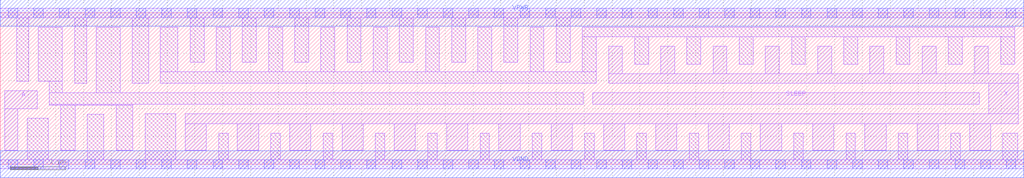
<source format=lef>
# Copyright 2020 The SkyWater PDK Authors
#
# Licensed under the Apache License, Version 2.0 (the "License");
# you may not use this file except in compliance with the License.
# You may obtain a copy of the License at
#
#     https://www.apache.org/licenses/LICENSE-2.0
#
# Unless required by applicable law or agreed to in writing, software
# distributed under the License is distributed on an "AS IS" BASIS,
# WITHOUT WARRANTIES OR CONDITIONS OF ANY KIND, either express or implied.
# See the License for the specific language governing permissions and
# limitations under the License.
#
# SPDX-License-Identifier: Apache-2.0

VERSION 5.7 ;
BUSBITCHARS "[]" ;
DIVIDERCHAR "/" ;
PROPERTYDEFINITIONS
  MACRO maskLayoutSubType STRING ;
  MACRO prCellType STRING ;
  MACRO originalViewName STRING ;
END PROPERTYDEFINITIONS
MACRO sky130_fd_sc_hdll__isobufsrc_16
  ORIGIN  0.000000  0.000000 ;
  CLASS CORE ;
  SYMMETRY X Y R90 ;
  SIZE  18.40000 BY  2.720000 ;
  SITE unithd ;
  PIN A
    ANTENNAGATEAREA  1.110000 ;
    DIRECTION INPUT ;
    USE SIGNAL ;
    PORT
      LAYER li1 ;
        RECT 0.085000 0.255000 0.315000 0.995000 ;
        RECT 0.085000 0.995000 0.665000 1.325000 ;
    END
  END A
  PIN SLEEP
    ANTENNAGATEAREA  4.440000 ;
    DIRECTION INPUT ;
    USE SIGNAL ;
    PORT
      LAYER li1 ;
        RECT 10.650000 1.075000 17.600000 1.285000 ;
    END
  END SLEEP
  PIN X
    ANTENNADIFFAREA  5.713000 ;
    DIRECTION OUTPUT ;
    USE SIGNAL ;
    PORT
      LAYER li1 ;
        RECT  3.325000 0.255000  3.705000 0.725000 ;
        RECT  3.325000 0.725000 18.305000 0.905000 ;
        RECT  4.265000 0.255000  4.645000 0.725000 ;
        RECT  5.205000 0.255000  5.585000 0.725000 ;
        RECT  6.145000 0.255000  6.525000 0.725000 ;
        RECT  7.085000 0.255000  7.465000 0.725000 ;
        RECT  8.025000 0.255000  8.405000 0.725000 ;
        RECT  8.965000 0.255000  9.345000 0.725000 ;
        RECT  9.905000 0.255000 10.285000 0.725000 ;
        RECT 10.845000 0.255000 11.225000 0.725000 ;
        RECT 10.935000 1.455000 18.305000 1.625000 ;
        RECT 10.935000 1.625000 11.185000 2.125000 ;
        RECT 11.785000 0.255000 12.165000 0.725000 ;
        RECT 11.875000 1.625000 12.125000 2.125000 ;
        RECT 12.725000 0.255000 13.105000 0.725000 ;
        RECT 12.815000 1.625000 13.065000 2.125000 ;
        RECT 13.665000 0.255000 14.045000 0.725000 ;
        RECT 13.755000 1.625000 14.005000 2.125000 ;
        RECT 14.605000 0.255000 14.985000 0.725000 ;
        RECT 14.695000 1.625000 14.945000 2.125000 ;
        RECT 15.545000 0.255000 15.925000 0.725000 ;
        RECT 15.635000 1.625000 15.885000 2.125000 ;
        RECT 16.485000 0.255000 16.865000 0.725000 ;
        RECT 16.575000 1.625000 16.825000 2.125000 ;
        RECT 17.425000 0.255000 17.805000 0.725000 ;
        RECT 17.515000 1.625000 17.765000 2.125000 ;
        RECT 17.770000 0.905000 18.305000 1.455000 ;
    END
  END X
  PIN VGND
    DIRECTION INOUT ;
    USE GROUND ;
    PORT
      LAYER met1 ;
        RECT 0.000000 -0.240000 18.400000 0.240000 ;
    END
  END VGND
  PIN VNB
    DIRECTION INOUT ;
    USE GROUND ;
    PORT
    END
  END VNB
  PIN VPB
    DIRECTION INOUT ;
    USE POWER ;
    PORT
    END
  END VPB
  PIN VPWR
    DIRECTION INOUT ;
    USE POWER ;
    PORT
      LAYER met1 ;
        RECT 0.000000 2.480000 18.400000 2.960000 ;
    END
  END VPWR
  OBS
    LAYER li1 ;
      RECT  0.000000 -0.085000 18.400000 0.085000 ;
      RECT  0.000000  2.635000 18.400000 2.805000 ;
      RECT  0.300000  1.495000  0.515000 2.635000 ;
      RECT  0.485000  0.085000  0.865000 0.825000 ;
      RECT  0.685000  1.495000  1.115000 2.465000 ;
      RECT  0.885000  1.065000  2.385000 1.075000 ;
      RECT  0.885000  1.075000 10.480000 1.285000 ;
      RECT  0.885000  1.285000  1.115000 1.495000 ;
      RECT  1.085000  0.255000  1.345000 1.065000 ;
      RECT  1.335000  1.455000  1.555000 2.635000 ;
      RECT  1.565000  0.085000  1.865000 0.895000 ;
      RECT  1.725000  1.285000  2.155000 2.465000 ;
      RECT  2.085000  0.255000  2.385000 1.065000 ;
      RECT  2.375000  1.455000  2.670000 2.635000 ;
      RECT  2.605000  0.085000  3.155000 0.905000 ;
      RECT  2.875000  1.455000 10.715000 1.665000 ;
      RECT  2.875000  1.665000  3.195000 2.465000 ;
      RECT  3.415000  1.835000  3.665000 2.635000 ;
      RECT  3.885000  1.665000  4.135000 2.465000 ;
      RECT  3.925000  0.085000  4.095000 0.555000 ;
      RECT  4.355000  1.835000  4.605000 2.635000 ;
      RECT  4.825000  1.665000  5.075000 2.465000 ;
      RECT  4.865000  0.085000  5.035000 0.555000 ;
      RECT  5.295000  1.835000  5.545000 2.635000 ;
      RECT  5.765000  1.665000  6.015000 2.465000 ;
      RECT  5.805000  0.085000  5.975000 0.555000 ;
      RECT  6.235000  1.835000  6.485000 2.635000 ;
      RECT  6.705000  1.665000  6.955000 2.465000 ;
      RECT  6.745000  0.085000  6.915000 0.555000 ;
      RECT  7.175000  1.835000  7.425000 2.635000 ;
      RECT  7.645000  1.665000  7.895000 2.465000 ;
      RECT  7.685000  0.085000  7.855000 0.555000 ;
      RECT  8.115000  1.835000  8.365000 2.635000 ;
      RECT  8.585000  1.665000  8.835000 2.465000 ;
      RECT  8.625000  0.085000  8.795000 0.555000 ;
      RECT  9.055000  1.835000  9.305000 2.635000 ;
      RECT  9.525000  1.665000  9.775000 2.465000 ;
      RECT  9.565000  0.085000  9.735000 0.555000 ;
      RECT  9.995000  1.835000 10.245000 2.635000 ;
      RECT 10.465000  1.665000 10.715000 2.295000 ;
      RECT 10.465000  2.295000 18.235000 2.465000 ;
      RECT 10.505000  0.085000 10.675000 0.555000 ;
      RECT 11.405000  1.795000 11.655000 2.295000 ;
      RECT 11.445000  0.085000 11.615000 0.555000 ;
      RECT 12.345000  1.795000 12.595000 2.295000 ;
      RECT 12.385000  0.085000 12.555000 0.555000 ;
      RECT 13.285000  1.795000 13.535000 2.295000 ;
      RECT 13.325000  0.085000 13.495000 0.555000 ;
      RECT 14.225000  1.795000 14.475000 2.295000 ;
      RECT 14.265000  0.085000 14.435000 0.555000 ;
      RECT 15.165000  1.795000 15.415000 2.295000 ;
      RECT 15.205000  0.085000 15.375000 0.555000 ;
      RECT 16.105000  1.795000 16.355000 2.295000 ;
      RECT 16.145000  0.085000 16.315000 0.555000 ;
      RECT 17.045000  1.795000 17.295000 2.295000 ;
      RECT 17.085000  0.085000 17.255000 0.555000 ;
      RECT 17.985000  1.795000 18.235000 2.295000 ;
      RECT 18.025000  0.085000 18.295000 0.555000 ;
    LAYER mcon ;
      RECT  0.145000 -0.085000  0.315000 0.085000 ;
      RECT  0.145000  2.635000  0.315000 2.805000 ;
      RECT  0.605000 -0.085000  0.775000 0.085000 ;
      RECT  0.605000  2.635000  0.775000 2.805000 ;
      RECT  1.065000 -0.085000  1.235000 0.085000 ;
      RECT  1.065000  2.635000  1.235000 2.805000 ;
      RECT  1.525000 -0.085000  1.695000 0.085000 ;
      RECT  1.525000  2.635000  1.695000 2.805000 ;
      RECT  1.985000 -0.085000  2.155000 0.085000 ;
      RECT  1.985000  2.635000  2.155000 2.805000 ;
      RECT  2.445000 -0.085000  2.615000 0.085000 ;
      RECT  2.445000  2.635000  2.615000 2.805000 ;
      RECT  2.905000 -0.085000  3.075000 0.085000 ;
      RECT  2.905000  2.635000  3.075000 2.805000 ;
      RECT  3.365000 -0.085000  3.535000 0.085000 ;
      RECT  3.365000  2.635000  3.535000 2.805000 ;
      RECT  3.825000 -0.085000  3.995000 0.085000 ;
      RECT  3.825000  2.635000  3.995000 2.805000 ;
      RECT  4.285000 -0.085000  4.455000 0.085000 ;
      RECT  4.285000  2.635000  4.455000 2.805000 ;
      RECT  4.745000 -0.085000  4.915000 0.085000 ;
      RECT  4.745000  2.635000  4.915000 2.805000 ;
      RECT  5.205000 -0.085000  5.375000 0.085000 ;
      RECT  5.205000  2.635000  5.375000 2.805000 ;
      RECT  5.665000 -0.085000  5.835000 0.085000 ;
      RECT  5.665000  2.635000  5.835000 2.805000 ;
      RECT  6.125000 -0.085000  6.295000 0.085000 ;
      RECT  6.125000  2.635000  6.295000 2.805000 ;
      RECT  6.585000 -0.085000  6.755000 0.085000 ;
      RECT  6.585000  2.635000  6.755000 2.805000 ;
      RECT  7.045000 -0.085000  7.215000 0.085000 ;
      RECT  7.045000  2.635000  7.215000 2.805000 ;
      RECT  7.505000 -0.085000  7.675000 0.085000 ;
      RECT  7.505000  2.635000  7.675000 2.805000 ;
      RECT  7.965000 -0.085000  8.135000 0.085000 ;
      RECT  7.965000  2.635000  8.135000 2.805000 ;
      RECT  8.425000 -0.085000  8.595000 0.085000 ;
      RECT  8.425000  2.635000  8.595000 2.805000 ;
      RECT  8.885000 -0.085000  9.055000 0.085000 ;
      RECT  8.885000  2.635000  9.055000 2.805000 ;
      RECT  9.345000 -0.085000  9.515000 0.085000 ;
      RECT  9.345000  2.635000  9.515000 2.805000 ;
      RECT  9.805000 -0.085000  9.975000 0.085000 ;
      RECT  9.805000  2.635000  9.975000 2.805000 ;
      RECT 10.265000 -0.085000 10.435000 0.085000 ;
      RECT 10.265000  2.635000 10.435000 2.805000 ;
      RECT 10.725000 -0.085000 10.895000 0.085000 ;
      RECT 10.725000  2.635000 10.895000 2.805000 ;
      RECT 11.185000 -0.085000 11.355000 0.085000 ;
      RECT 11.185000  2.635000 11.355000 2.805000 ;
      RECT 11.645000 -0.085000 11.815000 0.085000 ;
      RECT 11.645000  2.635000 11.815000 2.805000 ;
      RECT 12.105000 -0.085000 12.275000 0.085000 ;
      RECT 12.105000  2.635000 12.275000 2.805000 ;
      RECT 12.565000 -0.085000 12.735000 0.085000 ;
      RECT 12.565000  2.635000 12.735000 2.805000 ;
      RECT 13.025000 -0.085000 13.195000 0.085000 ;
      RECT 13.025000  2.635000 13.195000 2.805000 ;
      RECT 13.485000 -0.085000 13.655000 0.085000 ;
      RECT 13.485000  2.635000 13.655000 2.805000 ;
      RECT 13.945000 -0.085000 14.115000 0.085000 ;
      RECT 13.945000  2.635000 14.115000 2.805000 ;
      RECT 14.405000 -0.085000 14.575000 0.085000 ;
      RECT 14.405000  2.635000 14.575000 2.805000 ;
      RECT 14.865000 -0.085000 15.035000 0.085000 ;
      RECT 14.865000  2.635000 15.035000 2.805000 ;
      RECT 15.325000 -0.085000 15.495000 0.085000 ;
      RECT 15.325000  2.635000 15.495000 2.805000 ;
      RECT 15.785000 -0.085000 15.955000 0.085000 ;
      RECT 15.785000  2.635000 15.955000 2.805000 ;
      RECT 16.245000 -0.085000 16.415000 0.085000 ;
      RECT 16.245000  2.635000 16.415000 2.805000 ;
      RECT 16.705000 -0.085000 16.875000 0.085000 ;
      RECT 16.705000  2.635000 16.875000 2.805000 ;
      RECT 17.165000 -0.085000 17.335000 0.085000 ;
      RECT 17.165000  2.635000 17.335000 2.805000 ;
      RECT 17.625000 -0.085000 17.795000 0.085000 ;
      RECT 17.625000  2.635000 17.795000 2.805000 ;
      RECT 18.085000 -0.085000 18.255000 0.085000 ;
      RECT 18.085000  2.635000 18.255000 2.805000 ;
  END
  PROPERTY maskLayoutSubType "abstract" ;
  PROPERTY prCellType "standard" ;
  PROPERTY originalViewName "layout" ;
END sky130_fd_sc_hdll__isobufsrc_16
END LIBRARY

</source>
